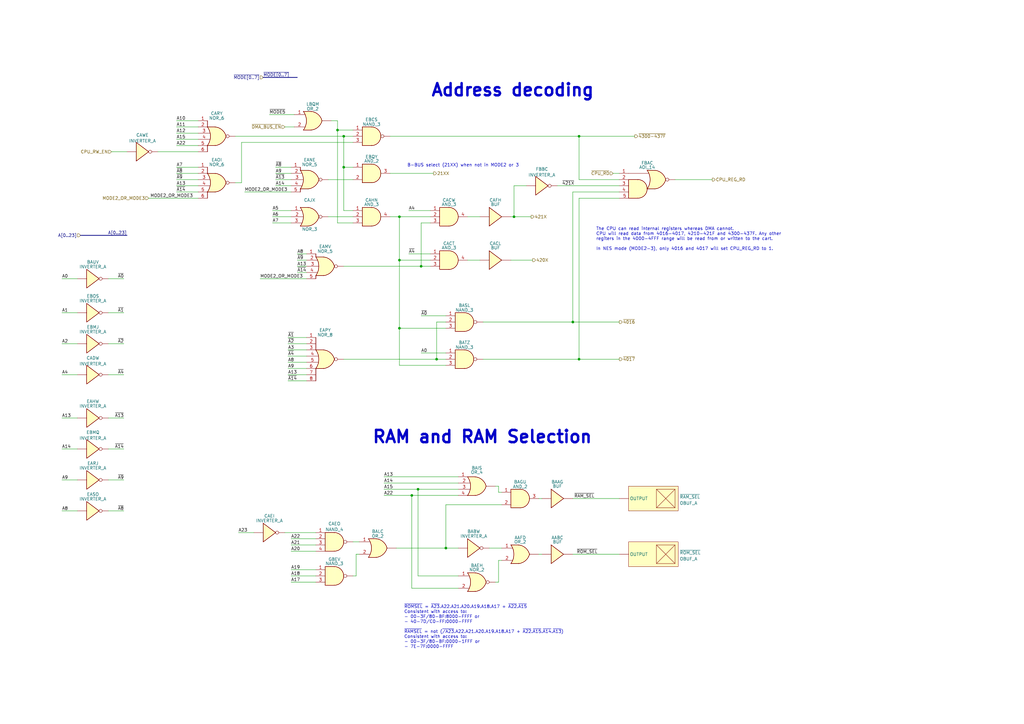
<source format=kicad_sch>
(kicad_sch (version 20231120) (generator "eeschema") (generator_version "8.0")
  (paper "A3")
  (title_block (title "Reverse Engineered SNES S-CPU Schematics ") (date "2024-12-24") (rev "0.2") (company "Author: Regis Galland"))
  (lib_symbols
    (symbol "Ricoh_Cells:AND_2" (pin_names hide)
      (property "Reference" "U" (at 0 5.08 0))
      (property "Value" "AND_2" (at 0 -5.08 0))
      (symbol "AND_2_1_1"
        (arc (start 0 -3.81) (mid 3.7825 0) (end 0 3.81) (stroke (width 0.254)) (fill (type background)))
        (polyline (pts (xy 0 3.81) (xy -3.81 3.81) (xy -3.81 -3.81) (xy 0 -3.81)) (stroke (width 0.254)) (fill (type background)))
        (pin input line (at -7.62 2.54 0) (length 3.81) (name "~") (number "1"))
        (pin input line (at -7.62 -2.54 0) (length 3.81) (name "~") (number "2"))
        (pin output line (at 7.62 0 180) (length 3.81) (name "~") (number "3"))
      )
    )
    (symbol "Ricoh_Cells:AND_3" (pin_names hide)
      (property "Reference" "U" (at 0 5.08 0))
      (property "Value" "AND_3" (at 0 -5.08 0))
      (symbol "AND_3_1_1"
        (arc (start 0 -3.81) (mid 3.7825 0) (end 0 3.81) (stroke (width 0.254)) (fill (type background)))
        (polyline (pts (xy 0 3.81) (xy -3.81 3.81) (xy -3.81 -3.81) (xy 0 -3.81)) (stroke (width 0.254)) (fill (type background)))
        (pin input line (at -7.62 2.54 0) (length 3.81) (name "~") (number "1"))
        (pin input line (at -7.62 0 0) (length 3.81) (name "~") (number "2"))
        (pin input line (at -7.62 -2.54 0) (length 3.81) (name "~") (number "3"))
        (pin output line (at 7.62 0 180) (length 3.81) (name "~") (number "4"))
      )
    )
    (symbol "Ricoh_Cells:AOI_14" (pin_names hide)
      (property "Reference" "U" (at 0 6.35 0))
      (property "Value" "AOI_14" (at 0.635 -8.255 0))
      (symbol "AOI_14_0_1"
        (polyline (pts (xy -3.81 3.81) (xy 4.445 3.81)))
      )
      (symbol "AOI_14_1_1"
        (polyline (pts (xy 3.8098 -2.54) (xy 6.9848 -2.54)) (stroke (width 0.254)) (fill (type background)))
        (polyline (pts (xy 3.8098 5.08) (xy 6.9848 5.08)) (stroke (width 0.254)) (fill (type background)))
        (polyline (pts (xy 0.0276 1.27) (xy -3.7824 1.27) (xy -3.7824 -6.35) (xy 0.0276 -6.35)) (stroke (width 0.254)) (fill (type background)))
        (polyline (pts (xy 6.9848 5.08) (xy 3.8098 5.08) (xy 3.8098 5.08) (xy 4.0638 4.6736) (xy 4.5972 3.5306) (xy 4.9274 2.3114) (xy 5.0036 1.016) (xy 4.8512 -0.2286) (xy 4.4448 -1.4478) (xy 3.8098 -2.54) (xy 3.8098 -2.54) (xy 6.9848 -2.54)) (stroke (width -25.4)) (fill (type background)))
        (arc (start 0.0276 -6.35) (mid 3.8101 -2.54) (end 0.0276 1.27) (stroke (width 0.254)) (fill (type background)))
        (arc (start 3.8098 -2.54) (mid 5.0308 1.27) (end 3.8098 5.08) (stroke (width 0.254)))
        (arc (start 7.0102 -2.54) (mid 9.8053 -1.314) (end 11.4298 1.27) (stroke (width 0.254)) (fill (type background)))
        (arc (start 11.4298 1.27) (mid 9.8126 3.8625) (end 7.0102 5.08) (stroke (width 0.254)) (fill (type background)))
        (pin input line (at -7.62 3.81 0) (length 3.81) (name "~") (number "1"))
        (pin input line (at -7.62 1.27 0) (length 3.81) (name "~") (number "2"))
        (pin input line (at -7.62 -1.27 0) (length 3.81) (name "~") (number "3"))
        (pin output inverted (at 15.24 1.27 180) (length 3.81) (name "~") (number "3"))
        (pin input line (at -7.62 -3.81 0) (length 3.81) (name "~") (number "4"))
        (pin input line (at -7.62 -6.35 0) (length 4.4) (name "~") (number "5"))
      )
    )
    (symbol "Ricoh_Cells:BUF" (pin_numbers hide) (pin_names hide)
      (property "Reference" "U" (at 0 5.08 0))
      (property "Value" "BUF" (at 0 -5.08 0))
      (symbol "BUF_1_0"
        (polyline (pts (xy -2.54 3.81) (xy -2.54 -3.81) (xy 2.54 0) (xy -2.54 3.81)) (stroke (width 0.254)) (fill (type background)))
        (pin input line (at -6.35 0 0) (length 3.81) (name "~") (number "1"))
        (pin output line (at 6.35 0 180) (length 3.81) (name "~") (number "2"))
      )
    )
    (symbol "Ricoh_Cells:INVERTER_A" (pin_numbers hide) (pin_names hide)
      (property "Reference" "U" (at 0 5.08 0))
      (property "Value" "INVERTER_A" (at 0 -5.08 0))
      (symbol "INVERTER_A_1_0"
        (polyline (pts (xy -2.54 3.81) (xy -2.54 -3.81) (xy 2.54 0) (xy -2.54 3.81)) (stroke (width 0.254)) (fill (type background)))
        (pin input line (at -6.35 0 0) (length 3.81) (name "~") (number "1"))
        (pin output inverted (at 6.35 0 180) (length 3.81) (name "~") (number "2"))
      )
    )
    (symbol "Ricoh_Cells:NAND_3" (pin_names hide)
      (property "Reference" "U" (at 0 5.08 0))
      (property "Value" "NAND_3" (at 0 -5.08 0))
      (symbol "NAND_3_1_1"
        (arc (start 0 -3.81) (mid 3.7825 0) (end 0 3.81) (stroke (width 0.254)) (fill (type background)))
        (polyline (pts (xy 0 3.81) (xy -3.81 3.81) (xy -3.81 -3.81) (xy 0 -3.81)) (stroke (width 0.254)) (fill (type background)))
        (pin input line (at -7.62 2.54 0) (length 3.81) (name "~") (number "1"))
        (pin input line (at -7.62 0 0) (length 3.81) (name "~") (number "2"))
        (pin input line (at -7.62 -2.54 0) (length 3.81) (name "~") (number "3"))
        (pin output inverted (at 7.62 0 180) (length 3.81) (name "~") (number "4"))
      )
    )
    (symbol "Ricoh_Cells:NAND_4" (pin_names hide)
      (property "Reference" "U" (at 0 5.08 0))
      (property "Value" "NAND_4" (at 0 -5.08 0))
      (symbol "NAND_4_1_1"
        (arc (start 0 -3.81) (mid 3.7825 0) (end 0 3.81) (stroke (width 0.254)) (fill (type background)))
        (polyline (pts (xy 0 3.81) (xy -3.81 3.81) (xy -3.81 -3.81) (xy 0 -3.81)) (stroke (width 0.254)) (fill (type background)))
        (pin input line (at -7.62 3.81 0) (length 3.81) (name "~") (number "1"))
        (pin input line (at -7.62 1.27 0) (length 3.81) (name "~") (number "2"))
        (pin input line (at -7.62 -1.27 0) (length 3.81) (name "~") (number "3"))
        (pin input line (at -7.62 -3.81 0) (length 3.81) (name "~") (number "4"))
        (pin output inverted (at 7.62 0 180) (length 3.81) (name "~") (number "5"))
      )
    )
    (symbol "Ricoh_Cells:NOR_2" (pin_names hide)
      (property "Reference" "U" (at 0 5.08 0))
      (property "Value" "NOR_2" (at 0 -5.08 0))
      (symbol "NOR_2_1_1"
        (arc (start -3.8102 -3.81) (mid -2.5892 0) (end -3.8102 3.81) (stroke (width 0.254)))
        (arc (start -0.6098 -3.81) (mid 2.1853 -2.584) (end 3.8098 0) (stroke (width 0.254)) (fill (type background)))
        (polyline (pts (xy -3.8102 -3.81) (xy -0.6352 -3.81)) (stroke (width 0.254)) (fill (type background)))
        (polyline (pts (xy -3.8102 3.81) (xy -0.6352 3.81)) (stroke (width 0.254)) (fill (type background)))
        (polyline (pts (xy -0.6352 3.81) (xy -3.8102 3.81) (xy -3.8102 3.81) (xy -3.5562 3.4036) (xy -3.0228 2.2606) (xy -2.6926 1.0414) (xy -2.6164 -0.254) (xy -2.7688 -1.4986) (xy -3.1752 -2.7178) (xy -3.8102 -3.81) (xy -3.8102 -3.81) (xy -0.6352 -3.81)) (stroke (width -25.4)) (fill (type background)))
        (arc (start 3.8098 0) (mid 2.1926 2.5925) (end -0.6098 3.81) (stroke (width 0.254)) (fill (type background)))
        (pin input line (at -7.62 2.54 0) (length 4.4) (name "~") (number "1"))
        (pin input line (at -7.62 -2.54 0) (length 4.4) (name "~") (number "2"))
        (pin output inverted (at 7.62 0 180) (length 3.81) (name "~") (number "3"))
      )
    )
    (symbol "Ricoh_Cells:NOR_3" (pin_names hide)
      (property "Reference" "U" (at 0 5.08 0))
      (property "Value" "NOR_3" (at 0 -5.08 0))
      (symbol "NOR_3_1_1"
        (arc (start -3.8102 -3.81) (mid -2.5892 0) (end -3.8102 3.81) (stroke (width 0.254)))
        (arc (start -0.6098 -3.81) (mid 2.1853 -2.584) (end 3.8098 0) (stroke (width 0.254)) (fill (type background)))
        (polyline (pts (xy -3.8102 -3.81) (xy -0.6352 -3.81)) (stroke (width 0.254)) (fill (type background)))
        (polyline (pts (xy -3.8102 3.81) (xy -0.6352 3.81)) (stroke (width 0.254)) (fill (type background)))
        (polyline (pts (xy -0.6352 3.81) (xy -3.8102 3.81) (xy -3.8102 3.81) (xy -3.5562 3.4036) (xy -3.0228 2.2606) (xy -2.6926 1.0414) (xy -2.6164 -0.254) (xy -2.7688 -1.4986) (xy -3.1752 -2.7178) (xy -3.8102 -3.81) (xy -3.8102 -3.81) (xy -0.6352 -3.81)) (stroke (width -25.4)) (fill (type background)))
        (arc (start 3.8098 0) (mid 2.1926 2.5925) (end -0.6098 3.81) (stroke (width 0.254)) (fill (type background)))
        (pin input line (at -7.62 2.54 0) (length 4.4) (name "~") (number "1"))
        (pin input line (at -7.62 0 0) (length 4.9) (name "~") (number "2"))
        (pin input line (at -7.62 -2.54 0) (length 4.4) (name "~") (number "3"))
        (pin output inverted (at 7.62 0 180) (length 3.81) (name "~") (number "4"))
      )
    )
    (symbol "Ricoh_Cells:NOR_5" (pin_names hide)
      (property "Reference" "U" (at 0 6.35 0))
      (property "Value" "NOR_5" (at 0 -6.35 0))
      (symbol "NOR_5_1_1"
        (arc (start -3.8102 -3.81) (mid -2.5892 0) (end -3.8102 3.81) (stroke (width 0.254)))
        (arc (start -0.6098 -3.81) (mid 2.1853 -2.584) (end 3.8098 0) (stroke (width 0.254)) (fill (type background)))
        (polyline (pts (xy -3.81 -3.81) (xy -3.81 -5.08)) (stroke (width 0.254)) (fill (type background)))
        (polyline (pts (xy -3.8102 -3.81) (xy -0.6352 -3.81)) (stroke (width 0.254)) (fill (type background)))
        (polyline (pts (xy -3.8102 3.81) (xy -0.6352 3.81)) (stroke (width 0.254)) (fill (type background)))
        (polyline (pts (xy -3.81 5.08) (xy -3.81 3.81)) (stroke (width 0.254)) (fill (type background)))
        (polyline (pts (xy -0.6352 3.81) (xy -3.8102 3.81) (xy -3.8102 3.81) (xy -3.5562 3.4036) (xy -3.0228 2.2606) (xy -2.6926 1.0414) (xy -2.6164 -0.254) (xy -2.7688 -1.4986) (xy -3.1752 -2.7178) (xy -3.8102 -3.81) (xy -3.8102 -3.81) (xy -0.6352 -3.81)) (stroke (width -25.4)) (fill (type background)))
        (arc (start 3.8098 0) (mid 2.1926 2.5925) (end -0.6098 3.81) (stroke (width 0.254)) (fill (type background)))
        (pin input line (at -7.62 5.08 0) (length 3.81) (name "~") (number "1"))
        (pin input line (at -7.62 2.54 0) (length 4.4) (name "~") (number "2"))
        (pin input line (at -7.62 0 0) (length 4.9) (name "~") (number "3"))
        (pin input line (at -7.62 -2.54 0) (length 4.4) (name "~") (number "4"))
        (pin input line (at -7.62 -5.08 0) (length 3.81) (name "~") (number "5"))
        (pin output inverted (at 7.62 0 180) (length 3.81) (name "~") (number "6"))
      )
    )
    (symbol "Ricoh_Cells:NOR_6" (pin_names hide)
      (property "Reference" "U" (at 0 7.62 0))
      (property "Value" "NOR_6" (at 0 -7.62 0))
      (symbol "NOR_6_1_1"
        (arc (start -3.8102 -3.81) (mid -2.5892 0) (end -3.8102 3.81) (stroke (width 0.254)))
        (arc (start -0.6098 -3.81) (mid 2.1853 -2.584) (end 3.8098 0) (stroke (width 0.254)) (fill (type background)))
        (polyline (pts (xy -3.81 -3.81) (xy -3.81 -6.35)) (stroke (width 0.254)) (fill (type background)))
        (polyline (pts (xy -3.8102 -3.81) (xy -0.6352 -3.81)) (stroke (width 0.254)) (fill (type background)))
        (polyline (pts (xy -3.8102 3.81) (xy -0.6352 3.81)) (stroke (width 0.254)) (fill (type background)))
        (polyline (pts (xy -3.81 6.35) (xy -3.81 3.81)) (stroke (width 0.254)) (fill (type background)))
        (polyline (pts (xy -0.6352 3.81) (xy -3.8102 3.81) (xy -3.8102 3.81) (xy -3.5562 3.4036) (xy -3.0228 2.2606) (xy -2.6926 1.0414) (xy -2.6164 -0.254) (xy -2.7688 -1.4986) (xy -3.1752 -2.7178) (xy -3.8102 -3.81) (xy -3.8102 -3.81) (xy -0.6352 -3.81)) (stroke (width -25.4)) (fill (type background)))
        (arc (start 3.8098 0) (mid 2.1926 2.5925) (end -0.6098 3.81) (stroke (width 0.254)) (fill (type background)))
        (pin input line (at -7.62 6.35 0) (length 3.81) (name "~") (number "1"))
        (pin input line (at -7.62 3.81 0) (length 3.81) (name "~") (number "2"))
        (pin input line (at -7.62 1.27 0) (length 4.8) (name "~") (number "3"))
        (pin input line (at -7.62 -1.27 0) (length 4.8) (name "~") (number "4"))
        (pin input line (at -7.62 -3.81 0) (length 3.81) (name "~") (number "5"))
        (pin input line (at -7.62 -6.35 0) (length 3.81) (name "~") (number "6"))
        (pin output inverted (at 7.62 0 180) (length 3.81) (name "~") (number "7"))
      )
    )
    (symbol "Ricoh_Cells:NOR_8" (pin_names hide)
      (property "Reference" "U" (at 0 10.16 0))
      (property "Value" "NOR_8" (at 0 -10.16 0))
      (symbol "NOR_8_1_1"
        (arc (start -3.8102 -3.81) (mid -2.5892 0) (end -3.8102 3.81) (stroke (width 0.254)))
        (arc (start -0.6098 -3.81) (mid 2.1853 -2.584) (end 3.8098 0) (stroke (width 0.254)) (fill (type background)))
        (polyline (pts (xy -3.81 -3.81) (xy -3.81 -8.89)) (stroke (width 0.254)) (fill (type background)))
        (polyline (pts (xy -3.8102 -3.81) (xy -0.6352 -3.81)) (stroke (width 0.254)) (fill (type background)))
        (polyline (pts (xy -3.8102 3.81) (xy -0.6352 3.81)) (stroke (width 0.254)) (fill (type background)))
        (polyline (pts (xy -3.81 8.89) (xy -3.81 3.81)) (stroke (width 0.254)) (fill (type background)))
        (polyline (pts (xy -0.6352 3.81) (xy -3.8102 3.81) (xy -3.8102 3.81) (xy -3.5562 3.4036) (xy -3.0228 2.2606) (xy -2.6926 1.0414) (xy -2.6164 -0.254) (xy -2.7688 -1.4986) (xy -3.1752 -2.7178) (xy -3.8102 -3.81) (xy -3.8102 -3.81) (xy -0.6352 -3.81)) (stroke (width -25.4)) (fill (type background)))
        (arc (start 3.8098 0) (mid 2.1926 2.5925) (end -0.6098 3.81) (stroke (width 0.254)) (fill (type background)))
        (pin input line (at -7.62 8.89 0) (length 3.81) (name "~") (number "1"))
        (pin input line (at -7.62 6.35 0) (length 3.81) (name "~") (number "2"))
        (pin input line (at -7.62 3.81 0) (length 3.81) (name "~") (number "3"))
        (pin input line (at -7.62 1.27 0) (length 4.8) (name "~") (number "4"))
        (pin input line (at -7.62 -1.27 0) (length 4.8) (name "~") (number "5"))
        (pin input line (at -7.62 -3.81 0) (length 3.81) (name "~") (number "6"))
        (pin input line (at -7.62 -6.35 0) (length 3.81) (name "~") (number "7"))
        (pin input line (at -7.62 -8.89 0) (length 3.81) (name "~") (number "8"))
        (pin output inverted (at 7.62 0 180) (length 3.81) (name "~") (number "9"))
      )
    )
    (symbol "Ricoh_Cells:OBUF_A" (pin_numbers hide)
      (property "Reference" "U" (at 0 6.35 0))
      (property "Value" "OBUF_A" (at 0 -6.35 0))
      (symbol "OBUF_A_0_1"
        (rectangle (start -10.16 5.08) (end 10.16 -5.08) (fill (type background)))
        (rectangle (start -8.89 3.81) (end -1.27 -3.81))
        (polyline (pts (xy -8.89 -3.81) (xy -1.27 3.81)))
        (polyline (pts (xy -1.27 -3.81) (xy -8.89 3.81)))
      )
      (symbol "OBUF_A_1_1"
        (pin input line (at 13.97 0 180) (length 3.81) (name "OUTPUT") (number "1"))
      )
    )
    (symbol "Ricoh_Cells:OR_2" (pin_names hide)
      (property "Reference" "U" (at 0 5.08 0))
      (property "Value" "OR_2" (at 0 -5.08 0))
      (symbol "OR_2_1_1"
        (arc (start -3.8102 -3.81) (mid -2.5892 0) (end -3.8102 3.81) (stroke (width 0.254)))
        (arc (start -0.6098 -3.81) (mid 2.1853 -2.584) (end 3.8098 0) (stroke (width 0.254)) (fill (type background)))
        (polyline (pts (xy -3.8102 -3.81) (xy -0.6352 -3.81)) (stroke (width 0.254)) (fill (type background)))
        (polyline (pts (xy -3.8102 3.81) (xy -0.6352 3.81)) (stroke (width 0.254)) (fill (type background)))
        (polyline (pts (xy -0.6352 3.81) (xy -3.8102 3.81) (xy -3.8102 3.81) (xy -3.5562 3.4036) (xy -3.0228 2.2606) (xy -2.6926 1.0414) (xy -2.6164 -0.254) (xy -2.7688 -1.4986) (xy -3.1752 -2.7178) (xy -3.8102 -3.81) (xy -3.8102 -3.81) (xy -0.6352 -3.81)) (stroke (width -25.4)) (fill (type background)))
        (arc (start 3.8098 0) (mid 2.1926 2.5925) (end -0.6098 3.81) (stroke (width 0.254)) (fill (type background)))
        (pin input line (at -7.62 2.54 0) (length 4.4) (name "~") (number "1"))
        (pin input line (at -7.62 -2.54 0) (length 4.4) (name "~") (number "2"))
        (pin output line (at 7.62 0 180) (length 3.81) (name "~") (number "3"))
      )
    )
    (symbol "Ricoh_Cells:OR_4" (pin_names hide)
      (property "Reference" "U" (at 0 5.08 0))
      (property "Value" "OR_4" (at 0 -5.08 0))
      (symbol "OR_4_1_1"
        (arc (start -3.8102 -3.81) (mid -2.5892 0) (end -3.8102 3.81) (stroke (width 0.254)))
        (arc (start -0.6098 -3.81) (mid 2.1853 -2.584) (end 3.8098 0) (stroke (width 0.254)) (fill (type background)))
        (polyline (pts (xy -3.8102 -3.81) (xy -0.6352 -3.81)) (stroke (width 0.254)) (fill (type background)))
        (polyline (pts (xy -3.8102 3.81) (xy -0.6352 3.81)) (stroke (width 0.254)) (fill (type background)))
        (polyline (pts (xy -0.6352 3.81) (xy -3.8102 3.81) (xy -3.8102 3.81) (xy -3.5562 3.4036) (xy -3.0228 2.2606) (xy -2.6926 1.0414) (xy -2.6164 -0.254) (xy -2.7688 -1.4986) (xy -3.1752 -2.7178) (xy -3.8102 -3.81) (xy -3.8102 -3.81) (xy -0.6352 -3.81)) (stroke (width -25.4)) (fill (type background)))
        (arc (start 3.8098 0) (mid 2.1926 2.5925) (end -0.6098 3.81) (stroke (width 0.254)) (fill (type background)))
        (pin input line (at -7.62 3.81 0) (length 4) (name "~") (number "1"))
        (pin input line (at -7.62 1.27 0) (length 4.8) (name "~") (number "2"))
        (pin input line (at -7.62 -1.27 0) (length 4.8) (name "~") (number "3"))
        (pin input line (at -7.62 -3.81 0) (length 4) (name "~") (number "4"))
        (pin output line (at 7.62 0 180) (length 3.81) (name "~") (number "5"))
      )
    )
  )
  (junction (at 163.83 88.9))
  (junction (at 210.82 88.9))
  (junction (at 182.88 224.79))
  (junction (at 237.49 55.88))
  (junction (at 168.91 203.2))
  (junction (at 138.43 53.34))
  (junction (at 171.45 200.66))
  (junction (at 179.07 147.32))
  (junction (at 163.83 106.68))
  (junction (at 163.83 134.62))
  (junction (at 237.49 147.32))
  (junction (at 234.95 132.08))
  (junction (at 140.97 68.58))
  (junction (at 172.72 109.22))
  (junction (at 140.97 55.88))
  (wire (pts (xy 172.72 91.44) (xy 176.53 91.44)))
  (wire (pts (xy 72.39 71.12) (xy 81.28 71.12)))
  (wire (pts (xy 72.39 49.53) (xy 81.28 49.53)))
  (wire (pts (xy 237.49 81.28) (xy 254 81.28)))
  (wire (pts (xy 276.86 73.66) (xy 292.1 73.66)))
  (wire (pts (xy 72.39 68.58) (xy 81.28 68.58)))
  (bus (pts (xy 121.92 31.75) (xy 107.95 31.75)))
  (wire (pts (xy 163.83 134.62) (xy 163.83 106.68)))
  (wire (pts (xy 125.73 156.21) (xy 118.11 156.21)))
  (wire (pts (xy 110.49 46.99) (xy 120.65 46.99)))
  (wire (pts (xy 163.83 134.62) (xy 182.88 134.62)))
  (wire (pts (xy 187.96 200.66) (xy 171.45 200.66)))
  (wire (pts (xy 25.4 153.67) (xy 31.75 153.67)))
  (wire (pts (xy 118.11 143.51) (xy 125.73 143.51)))
  (wire (pts (xy 234.95 204.47) (xy 254 204.47)))
  (wire (pts (xy 100.33 78.74) (xy 119.38 78.74)))
  (wire (pts (xy 157.48 200.66) (xy 171.45 200.66)))
  (wire (pts (xy 160.02 88.9) (xy 163.83 88.9)))
  (wire (pts (xy 81.28 73.66) (xy 72.39 73.66)))
  (wire (pts (xy 234.95 132.08) (xy 234.95 78.74)))
  (wire (pts (xy 25.4 114.3) (xy 31.75 114.3)))
  (wire (pts (xy 113.03 68.58) (xy 119.38 68.58)))
  (wire (pts (xy 116.84 218.44) (xy 129.54 218.44)))
  (wire (pts (xy 125.73 106.68) (xy 121.92 106.68)))
  (wire (pts (xy 182.88 207.01) (xy 205.74 207.01)))
  (wire (pts (xy 204.47 238.76) (xy 203.2 238.76)))
  (wire (pts (xy 140.97 68.58) (xy 144.78 68.58)))
  (wire (pts (xy 146.05 227.33) (xy 147.32 227.33)))
  (wire (pts (xy 234.95 78.74) (xy 254 78.74)))
  (wire (pts (xy 157.48 195.58) (xy 187.96 195.58)))
  (wire (pts (xy 50.8 196.85) (xy 44.45 196.85)))
  (wire (pts (xy 140.97 86.36) (xy 140.97 68.58)))
  (wire (pts (xy 113.03 71.12) (xy 119.38 71.12)))
  (wire (pts (xy 198.12 132.08) (xy 234.95 132.08)))
  (wire (pts (xy 157.48 198.12) (xy 187.96 198.12)))
  (wire (pts (xy 44.45 209.55) (xy 50.8 209.55)))
  (wire (pts (xy 182.88 207.01) (xy 182.88 224.79)))
  (wire (pts (xy 25.4 140.97) (xy 31.75 140.97)))
  (wire (pts (xy 187.96 203.2) (xy 168.91 203.2)))
  (wire (pts (xy 200.66 224.79) (xy 205.74 224.79)))
  (wire (pts (xy 204.47 229.87) (xy 205.74 229.87)))
  (wire (pts (xy 138.43 53.34) (xy 138.43 49.53)))
  (wire (pts (xy 140.97 147.32) (xy 179.07 147.32)))
  (wire (pts (xy 176.53 104.14) (xy 167.64 104.14)))
  (wire (pts (xy 209.55 106.68) (xy 218.44 106.68)))
  (wire (pts (xy 99.06 58.42) (xy 99.06 74.93)))
  (wire (pts (xy 179.07 147.32) (xy 182.88 147.32)))
  (wire (pts (xy 237.49 55.88) (xy 237.49 73.66)))
  (wire (pts (xy 81.28 78.74) (xy 72.39 78.74)))
  (wire (pts (xy 191.77 88.9) (xy 196.85 88.9)))
  (wire (pts (xy 118.11 138.43) (xy 125.73 138.43)))
  (wire (pts (xy 210.82 88.9) (xy 217.805 88.9)))
  (wire (pts (xy 210.82 76.2) (xy 215.9 76.2)))
  (wire (pts (xy 129.54 220.98) (xy 119.38 220.98)))
  (wire (pts (xy 138.43 49.53) (xy 135.89 49.53)))
  (wire (pts (xy 119.38 233.68) (xy 129.54 233.68)))
  (wire (pts (xy 44.45 171.45) (xy 50.8 171.45)))
  (wire (pts (xy 204.47 199.39) (xy 203.2 199.39)))
  (wire (pts (xy 60.96 81.28) (xy 81.28 81.28)))
  (wire (pts (xy 144.78 236.22) (xy 146.05 236.22)))
  (wire (pts (xy 168.91 241.3) (xy 187.96 241.3)))
  (wire (pts (xy 118.11 146.05) (xy 125.73 146.05)))
  (wire (pts (xy 163.83 88.9) (xy 176.53 88.9)))
  (wire (pts (xy 237.49 55.88) (xy 260.35 55.88)))
  (wire (pts (xy 204.47 201.93) (xy 204.47 199.39)))
  (wire (pts (xy 140.97 55.88) (xy 144.78 55.88)))
  (wire (pts (xy 237.49 73.66) (xy 254 73.66)))
  (wire (pts (xy 106.68 114.3) (xy 125.73 114.3)))
  (wire (pts (xy 205.74 201.93) (xy 204.47 201.93)))
  (wire (pts (xy 111.76 88.9) (xy 119.38 88.9)))
  (wire (pts (xy 50.8 140.97) (xy 44.45 140.97)))
  (bus (pts (xy 33.02 96.52) (xy 52.07 96.52)))
  (wire (pts (xy 222.25 204.47) (xy 220.98 204.47)))
  (wire (pts (xy 251.46 71.12) (xy 254 71.12)))
  (wire (pts (xy 118.11 153.67) (xy 125.73 153.67)))
  (wire (pts (xy 191.77 106.68) (xy 196.85 106.68)))
  (wire (pts (xy 72.39 52.07) (xy 81.28 52.07)))
  (wire (pts (xy 220.98 227.33) (xy 222.25 227.33)))
  (wire (pts (xy 97.79 218.44) (xy 104.14 218.44)))
  (wire (pts (xy 134.62 73.66) (xy 144.78 73.66)))
  (wire (pts (xy 50.8 114.3) (xy 44.45 114.3)))
  (wire (pts (xy 138.43 91.44) (xy 144.78 91.44)))
  (wire (pts (xy 163.83 106.68) (xy 163.83 88.9)))
  (wire (pts (xy 72.39 59.69) (xy 81.28 59.69)))
  (wire (pts (xy 125.73 140.97) (xy 118.11 140.97)))
  (wire (pts (xy 204.47 238.76) (xy 204.47 229.87)))
  (wire (pts (xy 140.97 86.36) (xy 144.78 86.36)))
  (wire (pts (xy 163.83 149.86) (xy 163.83 134.62)))
  (wire (pts (xy 118.11 151.13) (xy 125.73 151.13)))
  (wire (pts (xy 237.49 147.32) (xy 237.49 81.28)))
  (wire (pts (xy 50.8 184.15) (xy 44.45 184.15)))
  (wire (pts (xy 25.4 171.45) (xy 31.75 171.45)))
  (wire (pts (xy 171.45 200.66) (xy 171.45 236.22)))
  (wire (pts (xy 157.48 203.2) (xy 168.91 203.2)))
  (wire (pts (xy 45.72 62.23) (xy 52.07 62.23)))
  (wire (pts (xy 119.38 238.76) (xy 129.54 238.76)))
  (wire (pts (xy 144.78 58.42) (xy 99.06 58.42)))
  (wire (pts (xy 144.78 222.25) (xy 147.32 222.25)))
  (wire (pts (xy 228.6 76.2) (xy 254 76.2)))
  (wire (pts (xy 182.88 224.79) (xy 187.96 224.79)))
  (wire (pts (xy 119.38 223.52) (xy 129.54 223.52)))
  (wire (pts (xy 254 132.08) (xy 234.95 132.08)))
  (wire (pts (xy 99.06 74.93) (xy 96.52 74.93)))
  (wire (pts (xy 140.97 55.88) (xy 140.97 68.58)))
  (wire (pts (xy 121.92 104.14) (xy 125.73 104.14)))
  (wire (pts (xy 113.03 76.2) (xy 119.38 76.2)))
  (wire (pts (xy 162.56 224.79) (xy 182.88 224.79)))
  (wire (pts (xy 144.78 53.34) (xy 138.43 53.34)))
  (wire (pts (xy 167.64 86.36) (xy 176.53 86.36)))
  (wire (pts (xy 118.11 148.59) (xy 125.73 148.59)))
  (wire (pts (xy 179.07 147.32) (xy 179.07 132.08)))
  (wire (pts (xy 160.02 55.88) (xy 237.49 55.88)))
  (wire (pts (xy 168.91 241.3) (xy 168.91 203.2)))
  (wire (pts (xy 111.76 86.36) (xy 119.38 86.36)))
  (wire (pts (xy 119.38 236.22) (xy 129.54 236.22)))
  (wire (pts (xy 31.75 196.85) (xy 25.4 196.85)))
  (wire (pts (xy 44.45 153.67) (xy 50.8 153.67)))
  (wire (pts (xy 72.39 76.2) (xy 81.28 76.2)))
  (wire (pts (xy 25.4 209.55) (xy 31.75 209.55)))
  (wire (pts (xy 119.38 226.06) (xy 129.54 226.06)))
  (wire (pts (xy 160.02 71.12) (xy 177.8 71.12)))
  (wire (pts (xy 176.53 106.68) (xy 163.83 106.68)))
  (wire (pts (xy 25.4 184.15) (xy 31.75 184.15)))
  (wire (pts (xy 198.12 147.32) (xy 237.49 147.32)))
  (wire (pts (xy 172.72 109.22) (xy 176.53 109.22)))
  (wire (pts (xy 234.95 227.33) (xy 254 227.33)))
  (wire (pts (xy 121.92 109.22) (xy 125.73 109.22)))
  (wire (pts (xy 237.49 147.32) (xy 254 147.32)))
  (wire (pts (xy 182.88 132.08) (xy 179.07 132.08)))
  (wire (pts (xy 210.82 76.2) (xy 210.82 88.9)))
  (wire (pts (xy 44.45 128.27) (xy 50.8 128.27)))
  (wire (pts (xy 121.92 111.76) (xy 125.73 111.76)))
  (wire (pts (xy 64.77 62.23) (xy 81.28 62.23)))
  (wire (pts (xy 25.4 128.27) (xy 31.75 128.27)))
  (wire (pts (xy 210.82 88.9) (xy 209.55 88.9)))
  (wire (pts (xy 182.88 149.86) (xy 163.83 149.86)))
  (wire (pts (xy 182.88 129.54) (xy 172.72 129.54)))
  (wire (pts (xy 116.84 52.07) (xy 120.65 52.07)))
  (wire (pts (xy 111.76 91.44) (xy 119.38 91.44)))
  (wire (pts (xy 171.45 236.22) (xy 187.96 236.22)))
  (wire (pts (xy 113.03 73.66) (xy 119.38 73.66)))
  (wire (pts (xy 134.62 88.9) (xy 144.78 88.9)))
  (wire (pts (xy 72.39 54.61) (xy 81.28 54.61)))
  (wire (pts (xy 138.43 53.34) (xy 138.43 91.44)))
  (wire (pts (xy 96.52 55.88) (xy 140.97 55.88)))
  (wire (pts (xy 172.72 109.22) (xy 172.72 91.44)))
  (wire (pts (xy 146.05 227.33) (xy 146.05 236.22)))
  (wire (pts (xy 140.97 109.22) (xy 172.72 109.22)))
  (wire (pts (xy 72.39 57.15) (xy 81.28 57.15)))
  (wire (pts (xy 172.72 144.78) (xy 182.88 144.78)))
  (text "B-BUS select (21XX) when not in MODE2 or 3" (at 167.005 68.58 0) (effects (font (size 1.27 1.27)) (justify left bottom)))
  (text "The CPU can read internal registers whereas DMA cannot.\nCPU will read data from 4016-4017, 4210-421F and 4300-437F. Any other\nregiters in the 4000-4FFF range will be read from or written to the cart.\n\nIn NES mode (MODE2-3), only 4016 and 4017 will set CPU_REG_RD to 1. " (at 244.475 102.87 0) (effects (font (size 1.27 1.27)) (justify left bottom)))
  (text "Address decoding" (at 176.53 40.005 0) (effects (font (size 5 5) (thickness 1) (bold yes)) (justify left bottom)))
  (text "RAM and RAM Selection" (at 152.4 182.245 0) (effects (font (size 5 5) (thickness 1) (bold yes)) (justify left bottom)))
  (text "~{ROMSEL} = ~{A23}.A22.A21.A20.A19.A18.A17 + ~{A22}.~{A15}\nConsistent with access to:\n- 00-3F/80-BF:8000-FFFF or\n- 40-7D/C0-FF:0000-FFFF\n\n~{RAMSEL} = not (~{/A23}.A22.A21.A20.A19.A18.A17 + ~{A22}.~{A15}.~{A14}.~{A13})\nConsistent with access to:\n- 00-3F/80-BF:0000-1FFF or\n- 7E-7F:0000-FFFF" (at 165.735 266.065 0) (effects (font (size 1.27 1.27)) (justify left bottom)))
  (label "~{A2}" (at 118.11 140.97 0))
  (label "A5" (at 111.76 86.36 0))
  (label "~{A9}" (at 72.39 73.66 0))
  (label "A0" (at 25.4 114.3 0))
  (label "A14" (at 113.03 76.2 0))
  (label "A8" (at 25.4 209.55 0))
  (label "A10" (at 72.39 49.53 0))
  (label "A13" (at 72.39 76.2 0))
  (label "A[0..23]" (at 52.07 96.52 180))
  (label "~{A14}" (at 50.8 184.15 180))
  (label "~{A14}" (at 118.11 156.21 0))
  (label "A7" (at 111.76 91.44 0))
  (label "A14" (at 157.48 198.12 0))
  (label "A12" (at 72.39 54.61 0))
  (label "~{A13}" (at 113.03 73.66 0))
  (label "A23" (at 97.79 218.44 0))
  (label "A21" (at 119.38 223.52 0))
  (label "~{RAM_SEL}" (at 243.84 204.47 180))
  (label "A15" (at 157.48 200.66 0))
  (label "A20" (at 119.38 226.06 0))
  (label "A11" (at 72.39 52.07 0))
  (label "A9" (at 118.11 151.13 0))
  (label "~{MODE5}" (at 110.49 46.99 0))
  (label "A17" (at 119.38 238.76 0))
  (label "~{A9}" (at 121.92 106.68 0))
  (label "A0" (at 172.72 144.78 0))
  (label "A9" (at 113.03 71.12 0))
  (label "A3" (at 118.11 143.51 0))
  (label "A14" (at 25.4 184.15 0))
  (label "MODE2_OR_MODE3" (at 61.595 81.28 0))
  (label "A4" (at 167.64 86.36 0))
  (label "~{A8}" (at 113.03 68.58 0))
  (label "A6" (at 111.76 88.9 0))
  (label "~{A14}" (at 121.92 111.76 0))
  (label "A7" (at 72.39 68.58 0))
  (label "A15" (at 72.39 57.15 0))
  (label "~{A13}" (at 50.8 171.45 180))
  (label "~{A4}" (at 50.8 153.67 180))
  (label "A13" (at 25.4 171.45 0))
  (label "~{A2}" (at 50.8 140.97 180))
  (label "~{A0}" (at 172.72 129.54 0))
  (label "MODE2_OR_MODE3" (at 100.33 78.74 0))
  (label "~{A8}" (at 50.8 209.55 180))
  (label "A19" (at 119.38 233.68 0))
  (label "~{MODE[0..7]}" (at 107.95 31.75 0))
  (label "A18" (at 119.38 236.22 0))
  (label "A13" (at 121.92 109.22 0))
  (label "~{A0}" (at 50.8 114.3 180))
  (label "MODE2_OR_MODE3" (at 106.68 114.3 0))
  (label "~{A1}" (at 118.11 138.43 0))
  (label "A13" (at 118.11 153.67 0))
  (label "~{A4}" (at 167.64 104.14 0))
  (label "~{421X}" (at 235.585 76.2 180))
  (label "A4" (at 25.4 153.67 0))
  (label "~{A14}" (at 72.39 78.74 0))
  (label "A22" (at 72.39 59.69 0))
  (label "A13" (at 157.48 195.58 0))
  (label "~{A4}" (at 118.11 146.05 0))
  (label "A1" (at 25.4 128.27 0))
  (label "A8" (at 121.92 104.14 0))
  (label "A8" (at 118.11 148.59 0))
  (label "~{A8}" (at 72.39 71.12 0))
  (label "A9" (at 25.4 196.85 0))
  (label "~{A9}" (at 50.8 196.85 180))
  (label "~{ROM_SEL}" (at 245.11 227.33 180))
  (label "~{A1}" (at 50.8 128.27 180))
  (label "A22" (at 119.38 220.98 0))
  (label "A2" (at 25.4 140.97 0))
  (label "A22" (at 157.48 203.2 0))
  (hierarchical_label "~{4017}" (shape output) (at 254 147.32 0))
  (hierarchical_label "420X" (shape output) (at 218.44 106.68 0))
  (hierarchical_label "~{4016}" (shape output) (at 254 132.08 0))
  (hierarchical_label "MODE2_OR_MODE3" (shape input) (at 60.96 81.28 180))
  (hierarchical_label "421X" (shape output) (at 217.805 88.9 0))
  (hierarchical_label "~{MODE[0..7]}" (shape input) (at 107.95 31.75 180))
  (hierarchical_label "21XX" (shape output) (at 177.8 71.12 0))
  (hierarchical_label "~{DMA_BUS_EN}" (shape input) (at 116.84 52.07 180))
  (hierarchical_label "~{4300-437F}" (shape output) (at 260.35 55.88 0))
  (hierarchical_label "CPU_RW_EN" (shape input) (at 45.72 62.23 180))
  (hierarchical_label "CPU_REG_RD" (shape output) (at 292.1 73.66 0))
  (hierarchical_label "A[0..23]" (shape input) (at 33.02 96.52 180))
  (hierarchical_label "~{CPU_RD}" (shape input) (at 251.46 71.12 180))
  (symbol (lib_id "Ricoh_Cells:AND_2") (at 152.4 71.12 0) (unit 1)
    (property "Reference" "EBQY" (at 152.3917 64.3001 0))
    (property "Value" "AND_2" (at 152.4 66.04 0))
    (property "Datasheet" "http://iceboy.a-singer.de/doc/dmg_cells.html#and2" (effects (hide yes)))
    (property "Description" "AND gate with two inputs." (effects (hide yes)))
  )
  (symbol (lib_id "Ricoh_Cells:OR_4") (at 195.58 199.39 0) (unit 1)
    (property "Reference" "BAIS" (at 195.58 191.9351 0))
    (property "Value" "OR_4" (at 195.58 193.675 0))
    (property "Datasheet" "http://iceboy.a-singer.de/doc/dmg_cells.html#or4" (effects (hide yes)))
  )
  (symbol (lib_id "Ricoh_Cells:OR_2") (at 128.27 49.53 0) (unit 1)
    (property "Reference" "LBQM" (at 128.2698 42.7101 0))
    (property "Value" "OR_2" (at 128.2698 44.6311 0))
    (property "Datasheet" "http://iceboy.a-singer.de/doc/dmg_cells.html#or2" (effects (hide yes)))
    (property "Description" "OR gate with two inputs." (effects (hide yes)))
  )
  (symbol (lib_id "Ricoh_Cells:AND_3") (at 152.4 88.9 0) (unit 1)
    (property "Reference" "CAHN" (at 152.3917 82.0801 0))
    (property "Value" "AND_3" (at 152.4 83.82 0))
    (property "Datasheet" "http://iceboy.a-singer.de/doc/dmg_cells.html#and3" (effects (hide yes)))
    (property "Description" "AND gate with three inputs." (effects (hide yes)))
  )
  (symbol (lib_id "Ricoh_Cells:NAND_3") (at 190.5 147.32 0) (unit 1)
    (property "Reference" "BATZ" (at 190.4862 140.5001 0))
    (property "Value" "NAND_3" (at 190.4862 142.4211 0))
    (property "Datasheet" "http://iceboy.a-singer.de/doc/dmg_cells.html#nand3" (effects (hide yes)))
  )
  (symbol (lib_id "Ricoh_Cells:INVERTER_A") (at 58.42 62.23 0) (unit 1)
    (property "Reference" "CAWE" (at 58.42 55.4101 0))
    (property "Value" "INVERTER_A" (at 58.42 57.785 0))
    (property "Datasheet" "http://iceboy.a-singer.de/doc/dmg_cells.html#inv_a" (effects (hide yes)))
    (property "Description" "Simple inverter." (effects (hide yes)))
  )
  (symbol (lib_id "Ricoh_Cells:NOR_8") (at 133.35 147.32 0) (unit 1)
    (property "Reference" "EAPY" (at 133.3498 135.4201 0))
    (property "Value" "NOR_8" (at 133.3498 137.3411 0))
    (property "Datasheet" "http://iceboy.a-singer.de/doc/dmg_cells.html#nor8" (effects (hide yes)))
  )
  (symbol (lib_id "Ricoh_Cells:INVERTER_A") (at 38.1 171.45 0) (unit 1)
    (property "Reference" "EAHW" (at 38.1 164.6301 0))
    (property "Value" "INVERTER_A" (at 38.1 166.5511 0))
    (property "Datasheet" "http://iceboy.a-singer.de/doc/dmg_cells.html#inv_a" (effects (hide yes)))
    (property "Description" "Simple inverter." (effects (hide yes)))
  )
  (symbol (lib_id "Ricoh_Cells:OR_2") (at 154.94 224.79 0) (unit 1)
    (property "Reference" "BALC" (at 154.9398 217.9701 0))
    (property "Value" "OR_2" (at 154.9398 219.8911 0))
    (property "Datasheet" "http://iceboy.a-singer.de/doc/dmg_cells.html#or2" (effects (hide yes)))
    (property "Description" "OR gate with two inputs." (effects (hide yes)))
  )
  (symbol (lib_id "Ricoh_Cells:OBUF_A") (at 267.97 204.47 0) (mirror y) (unit 1)
    (property "Reference" "~{RAM_SEL}" (at 278.765 203.8263 0) (effects (justify right)))
    (property "Value" "OBUF_A" (at 278.765 206.3569 0) (effects (justify right)))
  )
  (symbol (lib_id "Ricoh_Cells:NAND_4") (at 137.16 222.25 0) (unit 1)
    (property "Reference" "CAEO" (at 137.1503 214.7951 0))
    (property "Value" "NAND_4" (at 137.16 217.17 0))
    (property "Datasheet" "http://iceboy.a-singer.de/doc/dmg_cells.html#nand4" (effects (hide yes)))
  )
  (symbol (lib_id "Ricoh_Cells:NOR_6") (at 88.9 55.88 0) (unit 1)
    (property "Reference" "CARY" (at 88.8998 46.5201 0))
    (property "Value" "NOR_6" (at 88.8998 48.4411 0))
    (property "Datasheet" "http://iceboy.a-singer.de/doc/dmg_cells.html#nor6" (effects (hide yes)))
  )
  (symbol (lib_id "Ricoh_Cells:INVERTER_A") (at 38.1 184.15 0) (unit 1)
    (property "Reference" "EBMQ" (at 38.1 177.3301 0))
    (property "Value" "INVERTER_A" (at 38.1 179.705 0))
    (property "Datasheet" "http://iceboy.a-singer.de/doc/dmg_cells.html#inv_a" (effects (hide yes)))
    (property "Description" "Simple inverter." (effects (hide yes)))
  )
  (symbol (lib_id "Ricoh_Cells:OBUF_A") (at 267.97 227.33 0) (mirror y) (unit 1)
    (property "Reference" "~{ROM_SEL}" (at 278.765 226.6863 0) (effects (justify right)))
    (property "Value" "OBUF_A" (at 278.765 229.2169 0) (effects (justify right)))
  )
  (symbol (lib_id "Ricoh_Cells:INVERTER_A") (at 38.1 128.27 0) (unit 1)
    (property "Reference" "EBOS" (at 38.1 121.4501 0))
    (property "Value" "INVERTER_A" (at 38.1 123.3711 0))
    (property "Datasheet" "http://iceboy.a-singer.de/doc/dmg_cells.html#inv_a" (effects (hide yes)))
    (property "Description" "Simple inverter." (effects (hide yes)))
  )
  (symbol (lib_id "Ricoh_Cells:NOR_3") (at 127 88.9 0) (unit 1)
    (property "Reference" "CAJX" (at 126.9998 82.0801 0))
    (property "Value" "NOR_3" (at 127 93.98 0))
    (property "Datasheet" "http://iceboy.a-singer.de/doc/dmg_cells.html#nor3" (effects (hide yes)))
  )
  (symbol (lib_id "Ricoh_Cells:AND_3") (at 184.15 106.68 0) (unit 1)
    (property "Reference" "CACT" (at 184.1417 99.8601 0))
    (property "Value" "AND_3" (at 184.15 101.6 0))
    (property "Datasheet" "http://iceboy.a-singer.de/doc/dmg_cells.html#and3" (effects (hide yes)))
    (property "Description" "AND gate with three inputs." (effects (hide yes)))
  )
  (symbol (lib_id "Ricoh_Cells:INVERTER_A") (at 38.1 140.97 0) (unit 1)
    (property "Reference" "EBMJ" (at 38.1 134.1501 0))
    (property "Value" "INVERTER_A" (at 38.1 136.0711 0))
    (property "Datasheet" "http://iceboy.a-singer.de/doc/dmg_cells.html#inv_a" (effects (hide yes)))
    (property "Description" "Simple inverter." (effects (hide yes)))
  )
  (symbol (lib_id "Ricoh_Cells:BUF") (at 228.6 204.47 0) (unit 1)
    (property "Reference" "BAAG" (at 228.6 197.6501 0))
    (property "Value" "BUF" (at 228.6 199.39 0))
    (property "Description" "Simple buffer" (effects (hide yes)))
  )
  (symbol (lib_id "Ricoh_Cells:BUF") (at 228.6 227.33 0) (unit 1)
    (property "Reference" "AABC" (at 228.6 220.5101 0))
    (property "Value" "BUF" (at 228.6 222.25 0))
    (property "Description" "Simple buffer" (effects (hide yes)))
  )
  (symbol (lib_id "Ricoh_Cells:INVERTER_A") (at 38.1 196.85 0) (unit 1)
    (property "Reference" "EARJ" (at 38.1 190.0301 0))
    (property "Value" "INVERTER_A" (at 38.1 191.9511 0))
    (property "Datasheet" "http://iceboy.a-singer.de/doc/dmg_cells.html#inv_a" (effects (hide yes)))
    (property "Description" "Simple inverter." (effects (hide yes)))
  )
  (symbol (lib_id "Ricoh_Cells:NOR_5") (at 127 73.66 0) (unit 1)
    (property "Reference" "EANE" (at 126.9998 65.5701 0))
    (property "Value" "NOR_5" (at 126.9998 67.4911 0))
    (property "Datasheet" "http://iceboy.a-singer.de/doc/dmg_cells.html#nor5" (effects (hide yes)))
  )
  (symbol (lib_id "Ricoh_Cells:NOR_6") (at 88.9 74.93 0) (unit 1)
    (property "Reference" "EAOI" (at 88.8998 65.5701 0))
    (property "Value" "NOR_6" (at 88.8998 67.4911 0))
    (property "Datasheet" "http://iceboy.a-singer.de/doc/dmg_cells.html#nor6" (effects (hide yes)))
  )
  (symbol (lib_id "Ricoh_Cells:BUF") (at 203.2 106.68 0) (unit 1)
    (property "Reference" "CACL" (at 203.2 99.8601 0))
    (property "Value" "BUF" (at 203.2 101.6 0))
    (property "Description" "Simple buffer" (effects (hide yes)))
  )
  (symbol (lib_id "Ricoh_Cells:AND_3") (at 184.15 88.9 0) (unit 1)
    (property "Reference" "CACW" (at 184.1417 82.0801 0))
    (property "Value" "AND_3" (at 184.15 83.82 0))
    (property "Datasheet" "http://iceboy.a-singer.de/doc/dmg_cells.html#and3" (effects (hide yes)))
    (property "Description" "AND gate with three inputs." (effects (hide yes)))
  )
  (symbol (lib_id "Ricoh_Cells:INVERTER_A") (at 38.1 209.55 0) (unit 1)
    (property "Reference" "EASO" (at 38.1 202.7301 0))
    (property "Value" "INVERTER_A" (at 38.1 204.6511 0))
    (property "Datasheet" "http://iceboy.a-singer.de/doc/dmg_cells.html#inv_a" (effects (hide yes)))
    (property "Description" "Simple inverter." (effects (hide yes)))
  )
  (symbol (lib_id "Ricoh_Cells:NOR_2") (at 195.58 238.76 0) (unit 1)
    (property "Reference" "BAEH" (at 195.58 231.9401 0))
    (property "Value" "NOR_2" (at 195.58 233.68 0))
    (property "Datasheet" "http://iceboy.a-singer.de/doc/dmg_cells.html#nor2" (effects (hide yes)))
  )
  (symbol (lib_id "Ricoh_Cells:NAND_3") (at 152.4 55.88 0) (unit 1)
    (property "Reference" "EBCS" (at 152.3862 49.0601 0))
    (property "Value" "NAND_3" (at 152.3862 50.9811 0))
    (property "Datasheet" "http://iceboy.a-singer.de/doc/dmg_cells.html#nand3" (effects (hide yes)))
  )
  (symbol (lib_id "Ricoh_Cells:AND_2") (at 213.36 204.47 0) (unit 1)
    (property "Reference" "BAGU" (at 213.3462 197.6501 0))
    (property "Value" "AND_2" (at 213.3462 199.5711 0))
    (property "Datasheet" "http://iceboy.a-singer.de/doc/dmg_cells.html#and2" (effects (hide yes)))
    (property "Description" "AND gate with two inputs." (effects (hide yes)))
  )
  (symbol (lib_id "Ricoh_Cells:NAND_3") (at 190.5 132.08 0) (unit 1)
    (property "Reference" "BASL" (at 190.4862 125.2601 0))
    (property "Value" "NAND_3" (at 190.4862 127.1811 0))
    (property "Datasheet" "http://iceboy.a-singer.de/doc/dmg_cells.html#nand3" (effects (hide yes)))
  )
  (symbol (lib_id "Ricoh_Cells:BUF") (at 203.2 88.9 0) (unit 1)
    (property "Reference" "CAFH" (at 203.2 82.0801 0))
    (property "Value" "BUF" (at 203.2 83.82 0))
    (property "Description" "Simple buffer" (effects (hide yes)))
  )
  (symbol (lib_id "Ricoh_Cells:INVERTER_A") (at 194.31 224.79 0) (unit 1)
    (property "Reference" "BABW" (at 194.31 217.9701 0))
    (property "Value" "INVERTER_A" (at 194.31 219.8911 0))
    (property "Datasheet" "http://iceboy.a-singer.de/doc/dmg_cells.html#inv_a" (effects (hide yes)))
    (property "Description" "Simple inverter." (effects (hide yes)))
  )
  (symbol (lib_id "Ricoh_Cells:INVERTER_A") (at 222.25 76.2 0) (unit 1)
    (property "Reference" "FBBC" (at 222.25 69.3801 0))
    (property "Value" "INVERTER_A" (at 222.25 71.755 0))
    (property "Datasheet" "http://iceboy.a-singer.de/doc/dmg_cells.html#inv_a" (effects (hide yes)))
    (property "Description" "Simple inverter." (effects (hide yes)))
  )
  (symbol (lib_id "Ricoh_Cells:INVERTER_A") (at 38.1 114.3 0) (unit 1)
    (property "Reference" "BAUV" (at 38.1 107.4801 0))
    (property "Value" "INVERTER_A" (at 38.1 109.4011 0))
    (property "Datasheet" "http://iceboy.a-singer.de/doc/dmg_cells.html#inv_a" (effects (hide yes)))
    (property "Description" "Simple inverter." (effects (hide yes)))
  )
  (symbol (lib_id "Ricoh_Cells:OR_2") (at 213.36 227.33 0) (unit 1)
    (property "Reference" "AAFD" (at 213.36 220.5101 0))
    (property "Value" "OR_2" (at 213.36 222.25 0))
    (property "Datasheet" "http://iceboy.a-singer.de/doc/dmg_cells.html#or2" (effects (hide yes)))
    (property "Description" "OR gate with two inputs." (effects (hide yes)))
  )
  (symbol (lib_id "Ricoh_Cells:INVERTER_A") (at 38.1 153.67 0) (unit 1)
    (property "Reference" "CADW" (at 38.1 146.8501 0))
    (property "Value" "INVERTER_A" (at 38.1 149.225 0))
    (property "Datasheet" "http://iceboy.a-singer.de/doc/dmg_cells.html#inv_a" (effects (hide yes)))
    (property "Description" "Simple inverter." (effects (hide yes)))
  )
  (symbol (lib_id "Ricoh_Cells:INVERTER_A") (at 110.49 218.44 0) (unit 1)
    (property "Reference" "CAEI" (at 110.49 211.6201 0))
    (property "Value" "INVERTER_A" (at 110.49 213.5411 0))
    (property "Datasheet" "http://iceboy.a-singer.de/doc/dmg_cells.html#inv_a" (effects (hide yes)))
    (property "Description" "Simple inverter." (effects (hide yes)))
  )
  (symbol (lib_id "Ricoh_Cells:AOI_14") (at 261.62 74.93 0) (unit 1)
    (property "Reference" "FBAC" (at 265.4437 66.8401 0))
    (property "Value" "AOI_14" (at 265.43 68.58 0))
  )
  (symbol (lib_id "Ricoh_Cells:NAND_3") (at 137.16 236.22 0) (unit 1)
    (property "Reference" "GBEV" (at 137.1462 229.4001 0))
    (property "Value" "NAND_3" (at 137.16 231.14 0))
    (property "Datasheet" "http://iceboy.a-singer.de/doc/dmg_cells.html#nand3" (effects (hide yes)))
  )
  (symbol (lib_id "Ricoh_Cells:NOR_5") (at 133.35 109.22 0) (unit 1)
    (property "Reference" "EAMV" (at 133.3498 101.1301 0))
    (property "Value" "NOR_5" (at 133.3498 103.0511 0))
    (property "Datasheet" "http://iceboy.a-singer.de/doc/dmg_cells.html#nor5" (effects (hide yes)))
  )
)
</source>
